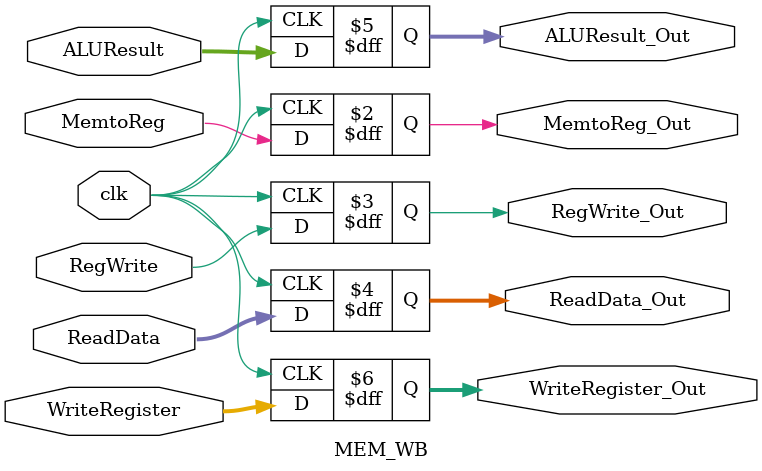
<source format=v>
module MEM_WB
(
	input clk,
	//Control
	input MemtoReg,
	input RegWrite,
	output reg MemtoReg_Out,
	output reg RegWrite_Out,
	//RAM
	input [31:0]ReadData,
	output reg [31:0]ReadData_Out,
	//EX_MEM
	input [31:0]ALUResult,
	input [4:0]WriteRegister,
	output reg [31:0]ALUResult_Out,
	output reg [4:0]WriteRegister_Out
);

always@(negedge clk)
	begin
		MemtoReg_Out = MemtoReg;
		RegWrite_Out = RegWrite;
		ReadData_Out = ReadData;
		ALUResult_Out = ALUResult;
		WriteRegister_Out = WriteRegister;
	end
	
endmodule
</source>
